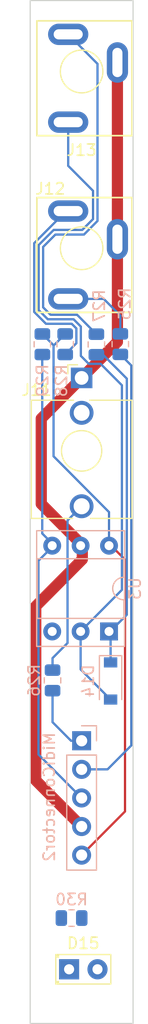
<source format=kicad_pcb>
(kicad_pcb (version 20211014) (generator pcbnew)
  (layers (0 "F.Cu" signal) (31 "B.Cu" signal) (34 "B.Paste" user) (35 "F.Paste" user) (36 "B.SilkS" user "B.Silkscreen") (37 "F.SilkS" user "F.Silkscreen") (38 "B.Mask" user) (39 "F.Mask" user) (44 "Edge.Cuts" user))
  (net 0 "")
  (net 1 "Net-(D14-Pad1)")
  (net 2 "Net-(D14-Pad2)")
  (net 3 "GND")
  (net 4 "Net-(D15-Pad2)")
  (net 5 "Net-(J11-PadT)")
  (net 7 "24ppqn OUT")
  (net 8 "Serial Out")
  (net 9 "Serial In")
  (net 10 "+5V")
  (net 11 "Net-(J12-PadT)")
  (net 12 "Net-(J13-PadR)")
  (net 13 "Net-(J12-PadR)")
  (footprint "gtoe:FlatTopLed" (layer "F.Cu") (at 64.75 123.5)
    (fp_text reference "D15" (at 0 -2.31) (layer "F.SilkS"))
    (fp_text value "LED")
    (fp_line (start 2.46 -1.31) (end 2.46 1.31) (layer "F.SilkS") (width 0.12))
    (fp_line (start -2.46 -1.31) (end -2.46 1.31) (layer "F.SilkS") (width 0.12))
    (fp_line (start -2.22 -1.31) (end -2.22 -1.08) (layer "F.SilkS") (width 0.12))
    (fp_line (start -2.46 -1.31) (end 2.46 -1.31) (layer "F.SilkS") (width 0.12))
    (fp_line (start -2.22 1.08) (end -2.22 1.31) (layer "F.SilkS") (width 0.12))
    (fp_line (start -2.46 1.31) (end 2.46 1.31) (layer "F.SilkS") (width 0.12))
    (fp_line (start -2.34 1.08) (end -2.34 1.31) (layer "F.SilkS") (width 0.12))
    (fp_line (start -2.34 -1.31) (end -2.34 -1.08) (layer "F.SilkS") (width 0.12))
    (pad "1" thru_hole rect (at -1.27 0) (size 1.8 1.8) (drill 0.9) (layers *.Cu *.Mask) (net 3 "GND"))
    (pad "2" thru_hole circle (at 1.27 0) (size 1.8 1.8) (drill 0.9) (layers *.Cu *.Mask) (net 4 "Net-(D15-Pad2)"))
  )
  (footprint "SitkaLib:PJ301CM" (layer "F.Cu") (at 64.6 43.75)
    (fp_text reference "J13" (at 0 6.985) (layer "F.SilkS"))
    (fp_text value "MIDI IN")
    (fp_line (start -4 -4.5) (end -4 5.7) (layer "F.SilkS") (width 0.15))
    (fp_line (start -4 5.7) (end 4.5 5.7) (layer "F.SilkS") (width 0.15))
    (fp_line (start 4.5 -4.5) (end 4.5 5.7) (layer "F.SilkS") (width 0.15))
    (fp_line (start -4 -4.5) (end 4.5 -4.5) (layer "F.SilkS") (width 0.15))
    (fp_circle (center 0 0) (end 1.9 0) (layer "F.SilkS") (width 0.12) (fill none))
    (pad "R" thru_hole oval (at -1.2 -3.3) (size 3.6 1.9) (drill oval 2.6 0.9) (layers *.Cu *.Mask) (net 12 "Net-(J13-PadR)"))
    (pad "S" thru_hole oval (at 3.2 -0.8) (size 1.9 3.6) (drill oval 0.9 2.6) (layers *.Cu *.Mask) (net 3 "GND"))
    (pad "T" thru_hole oval (at -1.2 4.5) (size 3.6 1.9) (drill oval 2.6 0.9) (layers *.Cu *.Mask) (net 2 "Net-(D14-Pad2)"))
  )
  (footprint "gtoe:thonkiconn" (layer "F.Cu") (at 64.6 77.45)
    (fp_text reference "J11" (at -4.03 -5.4 180) (layer "F.SilkS"))
    (fp_text value "PPQN Out")
    (fp_line (start 4.5 -4.5) (end 0.72 -4.5) (layer "F.SilkS") (width 0.12))
    (fp_line (start -0.8 6) (end -4.5 6) (layer "F.SilkS") (width 0.12))
    (fp_line (start -1.23 -7.65) (end -0.37 -7.65) (layer "F.SilkS") (width 0.12))
    (fp_line (start -4.5 -4.5) (end -4.5 6) (layer "F.SilkS") (width 0.12))
    (fp_line (start 4.5 6) (end 0.8 6) (layer "F.SilkS") (width 0.12))
    (fp_line (start -0.72 -4.5) (end -4.5 -4.5) (layer "F.SilkS") (width 0.12))
    (fp_line (start -1.23 -7.65) (end -1.23 -6.85) (layer "F.SilkS") (width 0.12))
    (fp_line (start 4.5 -4.5) (end 4.5 6) (layer "F.SilkS") (width 0.12))
    (fp_circle (center 0 0) (end 1.8 0) (layer "F.SilkS") (width 0.12) (fill none))
    (pad "S" thru_hole rect (at 0 -6.48 180) (size 1.93 1.83) (drill 1.22) (layers *.Cu *.Mask) (net 3 "GND"))
    (pad "T" thru_hole circle (at 0 4.92 180) (size 2.13 2.13) (drill 1.43) (layers *.Cu *.Mask) (net 5 "Net-(J11-PadT)"))
    (pad "TN" thru_hole circle (at 0 -3.38 180) (size 2.13 2.13) (drill 1.42) (layers *.Cu *.Mask))
  )
  (footprint "SitkaLib:PJ301CM" (layer "F.Cu") (at 64.6 59.45)
    (fp_text reference "J12" (at -2.8 -5.28) (layer "F.SilkS"))
    (fp_text value "MIDI Out")
    (fp_line (start 4.5 -4.5) (end 4.5 5.7) (layer "F.SilkS") (width 0.15))
    (fp_line (start -4 -4.5) (end -4 5.7) (layer "F.SilkS") (width 0.15))
    (fp_line (start -4 -4.5) (end 4.5 -4.5) (layer "F.SilkS") (width 0.15))
    (fp_line (start -4 5.7) (end 4.5 5.7) (layer "F.SilkS") (width 0.15))
    (fp_circle (center 0 0) (end 1.9 0) (layer "F.SilkS") (width 0.12) (fill none))
    (pad "R" thru_hole oval (at -1.2 -3.3) (size 3.6 1.9) (drill oval 2.6 0.9) (layers *.Cu *.Mask) (net 13 "Net-(J12-PadR)"))
    (pad "S" thru_hole oval (at 3.2 -0.8) (size 1.9 3.6) (drill oval 0.9 2.6) (layers *.Cu *.Mask) (net 3 "GND"))
    (pad "T" thru_hole oval (at -1.2 4.5) (size 3.6 1.9) (drill oval 2.6 0.9) (layers *.Cu *.Mask) (net 11 "Net-(J12-PadT)"))
  )
  (footprint "Resistor_SMD:R_0805_2012Metric" (layer "B.Cu") (at 65.92 67.9975 -90)
    (fp_text reference "R27" (at -3.43 -0.25 90) (layer "B.SilkS") (effects (justify mirror)))
    (fp_text value "R220")
    (fp_line (start -0.227064 -0.735) (end 0.227064 -0.735) (layer "B.SilkS") (width 0.12))
    (fp_line (start -0.227064 0.735) (end 0.227064 0.735) (layer "B.SilkS") (width 0.12))
    (pad "1" smd roundrect (at -0.9125 0 270) (size 1.025 1.4) (layers "B.Cu" "B.Paste" "B.Mask") (roundrect_rratio 0.243902) (net 12 "Net-(J13-PadR)"))
    (pad "2" smd roundrect (at 0.9125 0 270) (size 1.025 1.4) (layers "B.Cu" "B.Paste" "B.Mask") (roundrect_rratio 0.243902) (net 1 "Net-(D14-Pad1)"))
  )
  (footprint "Package_DIP:DIP-6_W7.62mm_Socket" (layer "B.Cu") (at 67.05 93.49 90)
    (fp_text reference "U3" (at 3.81 2.33 90) (layer "B.SilkS") (effects (justify mirror)))
    (fp_text value "H11L1")
    (fp_line (start 8.95 -6.47) (end 8.95 1.39) (layer "B.SilkS") (width 0.12))
    (fp_line (start -1.33 1.39) (end -1.33 -6.47) (layer "B.SilkS") (width 0.12))
    (fp_line (start 8.95 1.39) (end -1.33 1.39) (layer "B.SilkS") (width 0.12))
    (fp_line (start 6.46 1.33) (end 4.81 1.33) (layer "B.SilkS") (width 0.12))
    (fp_line (start 1.16 1.33) (end 1.16 -6.41) (layer "B.SilkS") (width 0.12))
    (fp_line (start 1.16 -6.41) (end 6.46 -6.41) (layer "B.SilkS") (width 0.12))
    (fp_line (start -1.33 -6.47) (end 8.95 -6.47) (layer "B.SilkS") (width 0.12))
    (fp_line (start 2.81 1.33) (end 1.16 1.33) (layer "B.SilkS") (width 0.12))
    (fp_line (start 6.46 -6.41) (end 6.46 1.33) (layer "B.SilkS") (width 0.12))
    (fp_arc (start 2.81 1.33) (mid 3.81 0.33) (end 4.81 1.33) (layer "B.SilkS") (width 0.12))
    (pad "1" thru_hole rect (at 0 0 90) (size 1.6 1.6) (drill 0.8) (layers *.Cu *.Mask) (net 1 "Net-(D14-Pad1)"))
    (pad "2" thru_hole oval (at 0 -2.54 90) (size 1.6 1.6) (drill 0.8) (layers *.Cu *.Mask) (net 2 "Net-(D14-Pad2)"))
    (pad "3" thru_hole oval (at 0 -5.08 90) (size 1.6 1.6) (drill 0.8) (layers *.Cu *.Mask))
    (pad "4" thru_hole oval (at 7.62 -5.08 90) (size 1.6 1.6) (drill 0.8) (layers *.Cu *.Mask) (net 9 "Serial In"))
    (pad "5" thru_hole oval (at 7.62 -2.54 90) (size 1.6 1.6) (drill 0.8) (layers *.Cu *.Mask) (net 3 "GND"))
    (pad "6" thru_hole oval (at 7.62 0 90) (size 1.6 1.6) (drill 0.8) (layers *.Cu *.Mask) (net 10 "+5V"))
  )
  (footprint "Resistor_SMD:R_0805_2012Metric" (layer "B.Cu") (at 62 97.8375 -90)
    (fp_text reference "R26" (at 0 1.65 90) (layer "B.SilkS") (effects (justify mirror)))
    (fp_text value "1K")
    (fp_line (start -0.227064 0.735) (end 0.227064 0.735) (layer "B.SilkS") (width 0.12))
    (fp_line (start -0.227064 -0.735) (end 0.227064 -0.735) (layer "B.SilkS") (width 0.12))
    (pad "1" smd roundrect (at -0.9125 0 270) (size 1.025 1.4) (layers "B.Cu" "B.Paste" "B.Mask") (roundrect_rratio 0.243902) (net 5 "Net-(J11-PadT)"))
    (pad "2" smd roundrect (at 0.9125 0 270) (size 1.025 1.4) (layers "B.Cu" "B.Paste" "B.Mask") (roundrect_rratio 0.243902) (net 7 "24ppqn OUT"))
  )
  (footprint "Resistor_SMD:R_0805_2012Metric" (layer "B.Cu") (at 68.06 67.9675 -90)
    (fp_text reference "R25" (at -3.57 -0.39 90) (layer "B.SilkS") (effects (justify mirror)))
    (fp_text value "R220")
    (fp_line (start -0.227064 0.735) (end 0.227064 0.735) (layer "B.SilkS") (width 0.12))
    (fp_line (start -0.227064 -0.735) (end 0.227064 -0.735) (layer "B.SilkS") (width 0.12))
    (pad "1" smd roundrect (at -0.9125 0 270) (size 1.025 1.4) (layers "B.Cu" "B.Paste" "B.Mask") (roundrect_rratio 0.243902) (net 11 "Net-(J12-PadT)"))
    (pad "2" smd roundrect (at 0.9125 0 270) (size 1.025 1.4) (layers "B.Cu" "B.Paste" "B.Mask") (roundrect_rratio 0.243902) (net 8 "Serial Out"))
  )
  (footprint "Resistor_SMD:R_0805_2012Metric" (layer "B.Cu") (at 63.7 118.95 180)
    (fp_text reference "R30" (at 0 1.65) (layer "B.SilkS") (effects (justify mirror)))
    (fp_text value "1K")
    (fp_line (start -0.227064 -0.735) (end 0.227064 -0.735) (layer "B.SilkS") (width 0.12))
    (fp_line (start -0.227064 0.735) (end 0.227064 0.735) (layer "B.SilkS") (width 0.12))
    (pad "1" smd roundrect (at -0.9125 0 180) (size 1.025 1.4) (layers "B.Cu" "B.Paste" "B.Mask") (roundrect_rratio 0.243902) (net 4 "Net-(D15-Pad2)"))
    (pad "2" smd roundrect (at 0.9125 0 180) (size 1.025 1.4) (layers "B.Cu" "B.Paste" "B.Mask") (roundrect_rratio 0.243902) (net 10 "+5V"))
  )
  (footprint "Resistor_SMD:R_0805_2012Metric" (layer "B.Cu") (at 61.09 67.98 90)
    (fp_text reference "R29" (at -3.22 0.01 90) (layer "B.SilkS") (effects (justify mirror)))
    (fp_text value "R220")
    (fp_line (start -0.227064 0.735) (end 0.227064 0.735) (layer "B.SilkS") (width 0.12))
    (fp_line (start -0.227064 -0.735) (end 0.227064 -0.735) (layer "B.SilkS") (width 0.12))
    (pad "1" smd roundrect (at -0.9125 0 90) (size 1.025 1.4) (layers "B.Cu" "B.Paste" "B.Mask") (roundrect_rratio 0.243902) (net 9 "Serial In"))
    (pad "2" smd roundrect (at 0.9125 0 90) (size 1.025 1.4) (layers "B.Cu" "B.Paste" "B.Mask") (roundrect_rratio 0.243902) (net 10 "+5V"))
  )
  (footprint "Resistor_SMD:R_0805_2012Metric" (layer "B.Cu") (at 63.13 67.9775 90)
    (fp_text reference "R28" (at -3.24 -0.34 90) (layer "B.SilkS") (effects (justify mirror)))
    (fp_text value "R220")
    (fp_line (start -0.227064 -0.735) (end 0.227064 -0.735) (layer "B.SilkS") (width 0.12))
    (fp_line (start -0.227064 0.735) (end 0.227064 0.735) (layer "B.SilkS") (width 0.12))
    (pad "1" smd roundrect (at -0.9125 0 90) (size 1.025 1.4) (layers "B.Cu" "B.Paste" "B.Mask") (roundrect_rratio 0.243902) (net 13 "Net-(J12-PadR)"))
    (pad "2" smd roundrect (at 0.9125 0 90) (size 1.025 1.4) (layers "B.Cu" "B.Paste" "B.Mask") (roundrect_rratio 0.243902) (net 10 "+5V"))
  )
  (footprint "Connector_PinHeader_2.54mm:PinHeader_1x05_P2.54mm_Vertical" (layer "B.Cu") (at 64.6 103.2 180)
    (fp_text reference "MidiConnector2" (at 2.9 -5 90) (layer "B.SilkS") (effects (justify mirror)))
    (fp_text value "Conn_01x05")
    (fp_line (start -1.33 -1.27) (end 1.33 -1.27) (layer "B.SilkS") (width 0.12))
    (fp_line (start -1.33 0) (end -1.33 1.33) (layer "B.SilkS") (width 0.12))
    (fp_line (start 1.33 -1.27) (end 1.33 -11.49) (layer "B.SilkS") (width 0.12))
    (fp_line (start -1.33 1.33) (end 0 1.33) (layer "B.SilkS") (width 0.12))
    (fp_line (start -1.33 -11.49) (end 1.33 -11.49) (layer "B.SilkS") (width 0.12))
    (fp_line (start -1.33 -1.27) (end -1.33 -11.49) (layer "B.SilkS") (width 0.12))
    (pad "1" thru_hole rect (at 0 0 180) (size 1.7 1.7) (drill 1) (layers *.Cu *.Mask) (net 7 "24ppqn OUT"))
    (pad "2" thru_hole oval (at 0 -2.54 180) (size 1.7 1.7) (drill 1) (layers *.Cu *.Mask) (net 8 "Serial Out"))
    (pad "3" thru_hole oval (at 0 -5.08 180) (size 1.7 1.7) (drill 1) (layers *.Cu *.Mask) (net 9 "Serial In"))
    (pad "4" thru_hole oval (at 0 -7.62 180) (size 1.7 1.7) (drill 1) (layers *.Cu *.Mask) (net 3 "GND"))
    (pad "5" thru_hole oval (at 0 -10.16 180) (size 1.7 1.7) (drill 1) (layers *.Cu *.Mask) (net 10 "+5V"))
  )
  (footprint "Diode_SMD:D_SOD-123" (layer "B.Cu") (at 67.19 97.89 -90)
    (fp_text reference "D14" (at 0 2 -270) (layer "B.SilkS") (effects (justify mirror)))
    (fp_text value "1N4148")
    (fp_line (start -2.25 1) (end 1.65 1) (layer "B.SilkS") (width 0.12))
    (fp_line (start -2.25 1) (end -2.25 -1) (layer "B.SilkS") (width 0.12))
    (fp_line (start -2.25 -1) (end 1.65 -1) (layer "B.SilkS") (width 0.12))
    (pad "1" smd rect (at -1.65 0 270) (size 0.9 1.2) (layers "B.Cu" "B.Paste" "B.Mask") (net 1 "Net-(D14-Pad1)"))
    (pad "2" smd rect (at 1.65 0 270) (size 0.9 1.2) (layers "B.Cu" "B.Paste" "B.Mask") (net 2 "Net-(D14-Pad2)"))
  )
  (gr_rect (start 60 37.45) (end 69.2 128.31) (layer "Edge.Cuts") (width 0.1) (fill none))
  (segment (start 67.2 93.45) (end 68.64 92.01) (width 0.2) (layer "B.Cu") (net 1))
  (segment (start 68.64 92.01) (end 68.64 71.0325) (width 0.2) (layer "B.Cu") (net 1))
  (segment (start 67.19 93.46) (end 67.2 93.45) (width 0.2) (layer "B.Cu") (net 1))
  (segment (start 66.5175 68.91) (end 65.92 68.91) (width 0.2) (layer "B.Cu") (net 1))
  (segment (start 68.64 71.0325) (end 66.5175 68.91) (width 0.2) (layer "B.Cu") (net 1))
  (segment (start 67.19 96.24) (end 67.19 93.46) (width 0.2) (layer "B.Cu") (net 1))
  (segment (start 64.66 57.82) (end 65.62 56.86) (width 0.2) (layer "B.Cu") (net 2))
  (segment (start 67.19 99.54) (end 64.51 96.86) (width 0.2) (layer "B.Cu") (net 2))
  (segment (start 64.51 96.86) (end 64.51 93.6) (width 0.2) (layer "B.Cu") (net 2))
  (segment (start 66.3025 69.7225) (end 65.242183 69.7225) (width 0.2) (layer "B.Cu") (net 2))
  (segment (start 64.53 69.010317) (end 64.53 66.408997) (width 0.2) (layer "B.Cu") (net 2))
  (segment (start 60.76 59.165686) (end 62.105686 57.82) (width 0.2) (layer "B.Cu") (net 2))
  (segment (start 68.2 71.62) (end 66.3025 69.7225) (width 0.2) (layer "B.Cu") (net 2))
  (segment (start 64.53 66.408997) (end 63.881002 65.76) (width 0.2) (layer "B.Cu") (net 2))
  (segment (start 61.575686 65.76) (end 60.76 64.944314) (width 0.2) (layer "B.Cu") (net 2))
  (segment (start 68.2 89.8) (end 68.2 71.62) (width 0.2) (layer "B.Cu") (net 2))
  (segment (start 65.62 56.86) (end 65.62 54.35) (width 0.2) (layer "B.Cu") (net 2))
  (segment (start 65.242183 69.7225) (end 64.53 69.010317) (width 0.2) (layer "B.Cu") (net 2))
  (segment (start 63.881002 65.76) (end 61.575686 65.76) (width 0.2) (layer "B.Cu") (net 2))
  (segment (start 65.62 54.35) (end 63.4 52.13) (width 0.2) (layer "B.Cu") (net 2))
  (segment (start 63.4 52.13) (end 63.4 48.25) (width 0.2) (layer "B.Cu") (net 2))
  (segment (start 62.105686 57.82) (end 64.66 57.82) (width 0.2) (layer "B.Cu") (net 2))
  (segment (start 64.51 93.49) (end 68.2 89.8) (width 0.2) (layer "B.Cu") (net 2))
  (segment (start 60.76 64.944314) (end 60.76 59.165686) (width 0.2) (layer "B.Cu") (net 2))
  (segment (start 60.99 74.58) (end 64.6 70.97) (width 1) (layer "F.Cu") (net 3))
  (segment (start 64.66 85.83) (end 60.99 82.16) (width 1) (layer "F.Cu") (net 3))
  (segment (start 60.5 106.72) (end 60.5 91.25) (width 1) (layer "F.Cu") (net 3))
  (segment (start 64.6 70.97) (end 67.8 67.77) (width 1) (layer "F.Cu") (net 3))
  (segment (start 60.99 82.16) (end 60.99 74.58) (width 1) (layer "F.Cu") (net 3))
  (segment (start 67.8 67.77) (end 67.8 58.65) (width 1) (layer "F.Cu") (net 3))
  (segment (start 64.6 110.82) (end 60.5 106.72) (width 1) (layer "F.Cu") (net 3))
  (segment (start 60.5 91.25) (end 64.66 87.09) (width 1) (layer "F.Cu") (net 3))
  (segment (start 64.66 87.09) (end 64.66 85.83) (width 1) (layer "F.Cu") (net 3))
  (segment (start 67.8 58.65) (end 67.8 42.95) (width 1) (layer "F.Cu") (net 3))
  (segment (start 63.34 94.52) (end 63.34 83.63) (width 0.2) (layer "B.Cu") (net 5))
  (segment (start 63.34 83.63) (end 64.6 82.37) (width 0.2) (layer "B.Cu") (net 5))
  (segment (start 62 95.86) (end 63.34 94.52) (width 0.2) (layer "B.Cu") (net 5))
  (segment (start 62 96.925) (end 62 95.86) (width 0.2) (layer "B.Cu") (net 5))
  (segment (start 64.6 103.2) (end 63.65 103.2) (width 0.2) (layer "B.Cu") (net 7))
  (segment (start 63.65 103.2) (end 62 101.55) (width 0.2) (layer "B.Cu") (net 7))
  (segment (start 62 101.55) (end 62 98.75) (width 0.2) (layer "B.Cu") (net 7))
  (segment (start 66.92 105.74) (end 64.6 105.74) (width 0.2) (layer "B.Cu") (net 8))
  (segment (start 69.04 69.86) (end 69.04 103.62) (width 0.2) (layer "B.Cu") (net 8))
  (segment (start 68.06 68.88) (end 69.04 69.86) (width 0.2) (layer "B.Cu") (net 8))
  (segment (start 69.04 103.62) (end 66.92 105.74) (width 0.2) (layer "B.Cu") (net 8))
  (segment (start 60.74 104.42) (end 60.74 87.21) (width 0.2) (layer "B.Cu") (net 9))
  (segment (start 60.74 87.21) (end 62.12 85.83) (width 0.2) (layer "B.Cu") (net 9))
  (segment (start 61.08 68.9025) (end 61.09 68.8925) (width 0.2) (layer "B.Cu") (net 9))
  (segment (start 62.12 85.83) (end 61.08 84.79) (width 0.2) (layer "B.Cu") (net 9))
  (segment (start 64.6 108.28) (end 60.74 104.42) (width 0.2) (layer "B.Cu") (net 9))
  (segment (start 61.08 84.79) (end 61.08 68.9025) (width 0.2) (layer "B.Cu") (net 9))
  (segment (start 64.6 113.36) (end 68.48 109.48) (width 0.2) (layer "F.Cu") (net 10))
  (segment (start 68.48 87.11) (end 67.2 85.83) (width 0.2) (layer "F.Cu") (net 10))
  (segment (start 68.48 109.48) (end 68.48 87.11) (width 0.2) (layer "F.Cu") (net 10))
  (segment (start 62.09 68.105) (end 62.09 68.0675) (width 0.2) (layer "B.Cu") (net 10))
  (segment (start 62.09 77.929598) (end 62.09 68.105) (width 0.2) (layer "B.Cu") (net 10))
  (segment (start 67.05 82.889598) (end 62.09 77.929598) (width 0.2) (layer "B.Cu") (net 10))
  (segment (start 67.05 85.87) (end 67.05 82.889598) (width 0.2) (layer "B.Cu") (net 10))
  (segment (start 62.09 68.0675) (end 61.09 67.0675) (width 0.2) (layer "B.Cu") (net 10))
  (segment (start 62.09 68.105) (end 63.13 67.065) (width 0.2) (layer "B.Cu") (net 10))
  (segment (start 66.56 63.95) (end 63.4 63.95) (width 0.2) (layer "B.Cu") (net 11))
  (segment (start 68.06 65.43) (end 66.57 63.94) (width 0.2) (layer "B.Cu") (net 11))
  (segment (start 66.57 63.94) (end 66.56 63.95) (width 0.2) (layer "B.Cu") (net 11))
  (segment (start 68.06 67.055) (end 68.06 65.43) (width 0.2) (layer "B.Cu") (net 11))
  (segment (start 61.82 65.36) (end 61.16 64.7) (width 0.2) (layer "B.Cu") (net 12))
  (segment (start 66.02 43.07) (end 63.4 40.45) (width 0.2) (layer "B.Cu") (net 12))
  (segment (start 64.81 58.235686) (end 66.02 57.025685) (width 0.2) (layer "B.Cu") (net 12))
  (segment (start 62.255686 58.235686) (end 64.81 58.235686) (width 0.2) (layer "B.Cu") (net 12))
  (segment (start 66.02 57.025685) (end 66.02 43.07) (width 0.2) (layer "B.Cu") (net 12))
  (segment (start 64.195 65.36) (end 61.82 65.36) (width 0.2) (layer "B.Cu") (net 12))
  (segment (start 61.16 59.331372) (end 62.255686 58.235686) (width 0.2) (layer "B.Cu") (net 12))
  (segment (start 65.92 67.085) (end 64.195 65.36) (width 0.2) (layer "B.Cu") (net 12))
  (segment (start 61.16 64.7) (end 61.16 59.331372) (width 0.2) (layer "B.Cu") (net 12))
  (segment (start 63.715317 66.16) (end 61.41 66.16) (width 0.2) (layer "B.Cu") (net 13))
  (segment (start 60.36 59) (end 63.21 56.15) (width 0.2) (layer "B.Cu") (net 13))
  (segment (start 63.13 68.89) (end 64.13 67.89) (width 0.2) (layer "B.Cu") (net 13))
  (segment (start 61.41 66.16) (end 60.36 65.11) (width 0.2) (layer "B.Cu") (net 13))
  (segment (start 60.36 65.11) (end 60.36 59) (width 0.2) (layer "B.Cu") (net 13))
  (segment (start 64.13 66.574683) (end 63.715317 66.16) (width 0.2) (layer "B.Cu") (net 13))
  (segment (start 64.13 67.89) (end 64.13 66.574683) (width 0.2) (layer "B.Cu") (net 13))
  (segment (start 63.21 56.15) (end 63.4 56.15) (width 0.2) (layer "B.Cu") (net 13))
)
</source>
